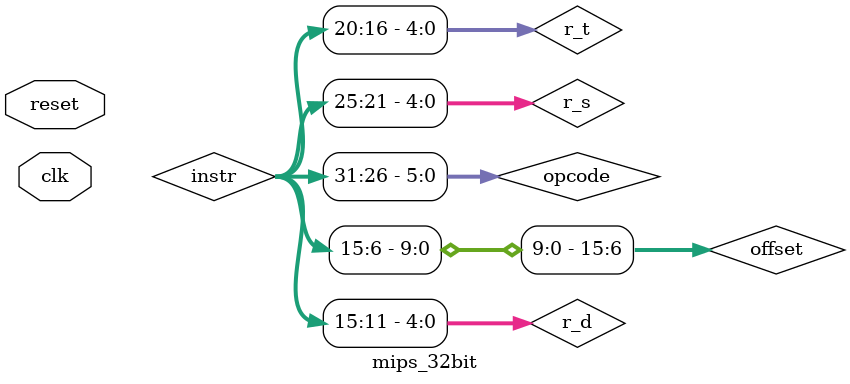
<source format=v>

module mips_32bit(input clk, input reset);
	wire [31:0]  pc_next;
	reg [31:0] pc;
	wire [31:0]instr;
	wire [5:0] opcode = instr [31:26]; //Op
	wire [4:0] r_s = instr [25:21];	//Rs
	wire [4:0] r_t = instr [20:16]; // Rt
	wire [4:0] r_d = instr [15:11]; // Rd
	wire [15:0] offset = instr [15:0]; //Offset
	wire [5:0] func = instr [5:0]; //Function
	wire [1:0] alu_op;
	wire reg_dst , alu_src , mem_to_reg , reg_write , mem_write , mem_read , branch , pc_src;
	wire [4:0] temp1;
	wire [31:0] read_data1 , read_data2 , temp4; 
	wire [31:0] sign_ext_offset;
	wire [31:0] temp2;
	wire [3:0] alu_ctrl;
	wire [31:0] alu_result;
	wire zero;
	wire [31:0] read_data; 
	wire [31:0] pc_4 , pc_4_offset ;
	wire [31:0] temp3;
	
	always @ (posedge clk) begin 
		if(reset == 1)
			pc=32'b0;
		else pc = pc_next; 
	end

	// Instruction Fetch
	
	instr_mem mem1 (pc , instr);
	
	// Instruction Decode
	
	ctrl_unit maincontrol (opcode , alu_op ,  reg_dst , alu_src , mem_to_reg , reg_write , mem_write , mem_read , branch ) ;
	
	mux_5bit mux5_1 (r_t , r_d , reg_dst , temp1); 
	
	registors_file regfile (clk , reg_write ,  r_s , r_t , temp1 , temp4 , read_data1 , read_data2 );
	
	sign_extend se (offset , sign_ext_offset);
	
	//Execution
	
	mux_32bit mux32_1(read_data2 , sign_ext_offset , alu_src , temp2);
	
	alu_ctrl_unit aluctrl (alu_op , func , alu_ctrl);
	
	alu_32bit alu1 (read_data1 , temp2 , alu_ctrl , alu_result , zero);

	assign pc_src = zero & branch;
	
	data_mem mem2 (alu_result , read_data2 , mem_read , mem_write, read_data);

	mux_32bit mux32_2 (alu_result ,read_data ,  mem_to_reg , temp4) ; 
	 
	pc_update pcu ( pc , sign_ext_offset , pc_4 , pc_4_offset );
	
	mux_32bit mux32_3 (pc_4 , pc_4_offset , pc_src , pc_next);
	



endmodule
</source>
